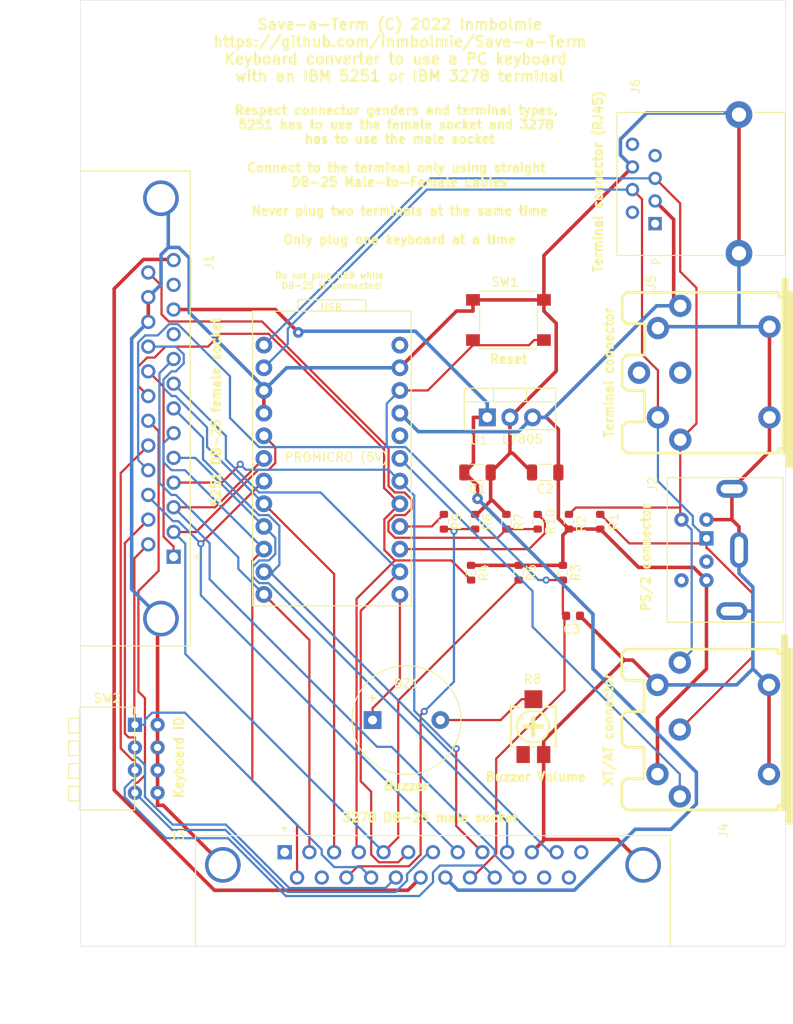
<source format=kicad_pcb>
(kicad_pcb (version 20211014) (generator pcbnew)
  (layers (0 "F.Cu" signal) (31 "B.Cu" signal) (34 "B.Paste" user) (35 "F.Paste" user) (36 "B.SilkS" user "B.Silkscreen") (37 "F.SilkS" user "F.Silkscreen") (38 "B.Mask" user) (39 "F.Mask" user) (44 "Edge.Cuts" user))
  (net 0 "")
  (net 1 "/breakcode_0")
  (net 2 "/scancode_1")
  (net 3 "/scancode_2")
  (net 4 "/scancode_3")
  (net 5 "/scancode_4")
  (net 6 "GND")
  (net 7 "VCC")
  (net 8 "/scancode_5")
  (net 9 "/scancode_6")
  (net 10 "/scancode_7")
  (net 11 "/buzzer")
  (net 12 "/+5V_female")
  (net 13 "/+5V_male")
  (net 14 "/delay_strobe+")
  (net 15 "/data_strobe-")
  (net 16 "/reset_0")
  (net 17 "/reset_1")
  (net 19 "/cable_check_a")
  (net 20 "/clicker")
  (net 23 "/ident_0")
  (net 24 "/ident_1")
  (net 25 "/power_on_reset")
  (net 26 "/ident_2")
  (net 27 "/ident_3")
  (net 28 "/data")
  (net 30 "/clock")
  (net 32 "/-5V")
  (net 33 "Net-(BZ1-Pad2)")
  (net 34 "/+8.5V")
  (net 45 "Net-(B1-Pad15)")
  (net 46 "Net-(B1-Pad16)")
  (footprint "Button_Switch_SMD:SW_Push_1P1T_NO_6x6mm_H9.5mm" (layer "F.Cu") (at 96.5045 -86.8684 180)
    (fp_text reference "SW1")
    (fp_text value "Reset")
  )
  (footprint "promicro:SPARKFUN_PRO_MICRO" (layer "F.Cu") (at 76.7127 -71.352)
    (fp_text reference "B1")
    (fp_text value "PROMICRO")
  )
  (footprint "MountingHole:MountingHole_3.2mm_M3" (layer "F.Cu") (at 121.549 -22.6954)
    (fp_text reference "H2" hide)
    (fp_text value "MountingHole")
  )
  (footprint "MountingHole:MountingHole_3.2mm_M3" (layer "F.Cu") (at 54.549 -22.6954)
    (fp_text reference "H4" hide)
    (fp_text value "MountingHole")
  )
  (footprint "MountingHole:MountingHole_3.2mm_M3" (layer "F.Cu") (at 54.549 -116.6954)
    (fp_text reference "H1" hide)
    (fp_text value "MountingHole")
  )
  (footprint "MountingHole:MountingHole_3.2mm_M3" (layer "F.Cu") (at 121.549 -116.6954)
    (fp_text reference "H3" hide)
    (fp_text value "MountingHole")
  )
  (footprint "Resistor_SMD:R_0603_1608Metric" (layer "F.Cu") (at 106.7915 -64.2624 90)
    (fp_text reference "R1")
    (fp_text value "2K")
  )
  (footprint "Resistor_SMD:R_0603_1608Metric" (layer "F.Cu") (at 96.2759 -64.2623 90)
    (fp_text reference "R7")
    (fp_text value "10K")
  )
  (footprint "Capacitor_SMD:C_1206_3216Metric" (layer "F.Cu") (at 93.0345 -69.7816)
    (fp_text reference "C1")
    (fp_text value "10uF")
  )
  (footprint "mis_partes:DIN-6" (layer "F.Cu") (at 118.7573 -80.9539 90)
    (fp_text reference "J5")
    (fp_text value "Terminal connector")
  )
  (footprint "Resistor_SMD:R_0603_1608Metric" (layer "F.Cu") (at 89.2655 -64.2624 -90)
    (fp_text reference "R9")
    (fp_text value "2K")
  )
  (footprint "Connector_Dsub:DSUB-25_Male_Horizontal_P2.77x2.84mm_EdgePinOffset7.70mm_Housed_MountingHolesOffset9.12mm" (layer "F.Cu") (at 71.424 -27.2296)
    (fp_text reference "J3")
    (fp_text value "DB25_Male")
  )
  (footprint "ps2:Connector_Mini-DIN_Female_6Pin_2rows" (layer "F.Cu") (at 118.6957 -62.3952 90)
    (fp_text reference "J2")
    (fp_text value "PS/2 connector")
  )
  (footprint "Buzzer_Beeper:Buzzer_12x9.5RM7.6" (layer "F.Cu") (at 81.2745 -42.0374)
    (fp_text reference "BZ1")
    (fp_text value "Buzzer")
  )
  (footprint "Capacitor_SMD:C_1206_3216Metric" (layer "F.Cu") (at 100.6204 -69.7816 180)
    (fp_text reference "C2")
    (fp_text value "10uF")
  )
  (footprint "Resistor_SMD:R_0603_1608Metric" (layer "F.Cu") (at 103.2863 -64.2624 90)
    (fp_text reference "R2")
    (fp_text value "2K")
  )
  (footprint "Resistor_SMD:R_0603_1608Metric" (layer "F.Cu") (at 92.3135 -58.5474 -90)
    (fp_text reference "R4")
    (fp_text value "2K")
  )
  (footprint "Resistor_SMD:R_0603_1608Metric" (layer "F.Cu") (at 97.6475 -58.5474 -90)
    (fp_text reference "R5")
    (fp_text value "2K")
  )
  (footprint "Package_TO_SOT_THT:TO-220-3_Vertical" (layer "F.Cu") (at 94.1308 -75.9509)
    (fp_text reference "U1")
    (fp_text value "L7805")
  )
  (footprint "Resistor_SMD:R_0603_1608Metric" (layer "F.Cu") (at 92.7707 -64.2624 90)
    (fp_text reference "R6")
    (fp_text value "10K")
  )
  (footprint "mis_partes:Dip SW lateral 4" (layer "F.Cu") (at 54.6386 -41.5098)
    (fp_text reference "SW2")
    (fp_text value "Keyboard ID")
  )
  (footprint "Connector_RJ:RJ45_Ninigi_GE" (layer "F.Cu") (at 112.9395 -97.6634 90)
    (fp_text reference "J6")
    (fp_text value "Terminal connector (RJ45)")
  )
  (footprint "Resistor_SMD:R_0603_1608Metric" (layer "F.Cu") (at 99.7811 -64.2624 -90)
    (fp_text reference "R10")
    (fp_text value "2K")
  )
  (footprint "Connector_Dsub:DSUB-25_Female_Horizontal_P2.77x2.84mm_EdgePinOffset7.70mm_Housed_MountingHolesOffset9.12mm" (layer "F.Cu") (at 58.9769 -60.3374 -90)
    (fp_text reference "J1")
    (fp_text value "DB25_Female")
  )
  (footprint "Capacitor_SMD:C_0603_1608Metric" (layer "F.Cu") (at 103.7435 -53.7214)
    (fp_text reference "C3")
    (fp_text value "100nF")
  )
  (footprint "mis_partes:RES-ADJ-SMD_G43BT" (layer "F.Cu") (at 99.2985 -41.2754)
    (fp_text reference "R8")
    (fp_text value "500" hide)
  )
  (footprint "mis_partes:DIN-5" (layer "F.Cu") (at 118.7037 -40.9796 90)
    (fp_text reference "J4")
    (fp_text value "XT/AT connector")
  )
  (footprint "Resistor_SMD:R_0603_1608Metric" (layer "F.Cu") (at 102.6005 -58.5474 -90)
    (fp_text reference "R3")
    (fp_text value "2K")
  )
  (gr_rect locked (start 48.549018 -122.695373) (end 127.549018 -16.695373) (layer "Edge.Cuts") (width 0.05) (fill none))
  (gr_text "5251 DB-25 female socket" (at 63.738538 -76.581373 90) (layer "F.SilkS") (effects (font (size 1 1) (thickness 0.25))))
  (gr_text "Respect connector genders and terminal types, \n5251 has to use the female socket and 3278 \nhas to use the male socket\n\nConnect to the terminal only using straight \nDB-25 Male-to-Female cables\n\nNever plug two terminals at the same time\n\nOnly plug one keyboard at a time" (at 84.312538 -103.124373) (layer "F.SilkS") (effects (font (size 1 1) (thickness 0.25))))
  (gr_text "Buzzer Volume" (at 99.552538 -35.687373) (layer "F.SilkS") (effects (font (size 1 1) (thickness 0.25))))
  (gr_text "PROMICRO (5V)" (at 77.220729 -71.479019) (layer "F.SilkS") (effects (font (size 1 1))))
  (gr_text "3278 DB-25 male socket" (at 87.741538 -31.115373) (layer "F.SilkS") (effects (font (size 1 1) (thickness 0.25))))
  (gr_text "Do not plug USB while \nDB-25 is connected!" (at 76.712729 -91.291019) (layer "F.SilkS") (effects (font (size 0.7 0.7))))
  (gr_text "Save-a-Term (C) 2022 Inmbolmie\nhttps://github.com/inmbolmie/Save-a-Term\nKeyboard converter to use a PC keyboard \nwith an IBM 5251 or IBM 3278 terminal" (at 84.312538 -117.094373) (layer "F.SilkS") (effects (font (size 1.2 1.2) (thickness 0.25))))
  (segment (start 84.3327 -58.652) (end 79.9491 -54.2684) (width 0.25) (layer "F.Cu") (net 1))
  (segment (start 84.1478 -26.1034) (end 85.274 -27.2296) (width 0.25) (layer "F.Cu") (net 1))
  (segment (start 81.9814 -26.1034) (end 84.1478 -26.1034) (width 0.25) (layer "F.Cu") (net 1))
  (segment (start 81.119 -26.9658) (end 81.9814 -26.1034) (width 0.25) (layer "F.Cu") (net 1))
  (segment (start 79.9491 -54.2684) (end 79.9491 -35.1802) (width 0.25) (layer "F.Cu") (net 1))
  (segment (start 81.119 -34.0103) (end 81.119 -26.9658) (width 0.25) (layer "F.Cu") (net 1))
  (segment (start 79.9491 -35.1802) (end 81.119 -34.0103) (width 0.25) (layer "F.Cu") (net 1))
  (segment (start 84.3327 -58.652) (end 75.4427 -67.542) (width 0.25) (layer "B.Cu") (net 1))
  (segment (start 64.8343 -73.87) (end 58.9769 -79.7274) (width 0.25) (layer "B.Cu") (net 1))
  (segment (start 64.8344 -71.2608) (end 64.8344 -73.87) (width 0.25) (layer "B.Cu") (net 1))
  (segment (start 64.8344 -73.87) (end 64.8343 -73.87) (width 0.25) (layer "B.Cu") (net 1))
  (segment (start 75.4427 -67.542) (end 68.5532 -67.542) (width 0.25) (layer "B.Cu") (net 1))
  (segment (start 68.5532 -67.542) (end 64.8344 -71.2608) (width 0.25) (layer "B.Cu") (net 1))
  (segment (start 58.9769 -65.8774) (end 63.6181 -65.8774) (width 0.25) (layer "F.Cu") (net 2))
  (segment (start 63.6181 -65.8774) (end 69.0927 -71.352) (width 0.25) (layer "F.Cu") (net 2))
  (segment (start 83.4034 -39.0362) (end 81.7816 -39.0362) (width 0.25) (layer "B.Cu") (net 2))
  (segment (start 94.969 -27.4706) (end 83.4034 -39.0362) (width 0.25) (layer "B.Cu") (net 2))
  (segment (start 81.7816 -39.0362) (end 63.015 -57.8028) (width 0.25) (layer "B.Cu") (net 2))
  (segment (start 97.739 -24.3896) (end 97.4932 -24.3896) (width 0.25) (layer "B.Cu") (net 2))
  (segment (start 97.4932 -24.3896) (end 94.969 -26.9138) (width 0.25) (layer "B.Cu") (net 2))
  (segment (start 63.015 -61.8393) (end 58.9769 -65.8774) (width 0.25) (layer "B.Cu") (net 2))
  (segment (start 63.015 -57.8028) (end 63.015 -61.8393) (width 0.25) (layer "B.Cu") (net 2))
  (segment (start 94.969 -26.9138) (end 94.969 -27.4706) (width 0.25) (layer "B.Cu") (net 2))
  (segment (start 69.0404 -68.812) (end 69.0927 -68.812) (width 0.25) (layer "F.Cu") (net 3))
  (segment (start 62.0257 -61.7973) (end 69.0404 -68.812) (width 0.25) (layer "F.Cu") (net 3))
  (via (at 62.0257 -61.7973) (size 0.8) (drill 0.4) (layers "F.Cu" "B.Cu") (net 3))
  (segment (start 58.8974 -64.3293) (end 59.4937 -64.3293) (width 0.25) (layer "B.Cu") (net 3))
  (segment (start 56.1369 -67.0898) (end 58.8974 -64.3293) (width 0.25) (layer "B.Cu") (net 3))
  (segment (start 59.4937 -64.3293) (end 62.0257 -61.7973) (width 0.25) (layer "B.Cu") (net 3))
  (segment (start 62.0257 -56.0179) (end 62.0257 -61.7973) (width 0.25) (layer "B.Cu") (net 3))
  (segment (start 56.1369 -67.2624) (end 56.1369 -67.0898) (width 0.25) (layer "B.Cu") (net 3))
  (segment (start 90.814 -27.2296) (end 62.0257 -56.0179) (width 0.25) (layer "B.Cu") (net 3))
  (segment (start 69.0927 -66.272) (end 76.964 -58.4007) (width 0.25) (layer "F.Cu") (net 4))
  (segment (start 76.964 -58.4007) (end 76.964 -27.2296) (width 0.25) (layer "F.Cu") (net 4))
  (segment (start 59.2495 -83.8824) (end 60.1113 -83.0206) (width 0.25) (layer "B.Cu") (net 4))
  (segment (start 56.1369 -83.8824) (end 59.2495 -83.8824) (width 0.25) (layer "B.Cu") (net 4))
  (segment (start 59.2022 -78.3424) (end 62.7274 -74.8172) (width 0.25) (layer "B.Cu") (net 4))
  (segment (start 58.7475 -81.1124) (end 57.8402 -80.2051) (width 0.25) (layer "B.Cu") (net 4))
  (segment (start 62.7274 -72.6373) (end 69.0927 -66.272) (width 0.25) (layer "B.Cu") (net 4))
  (segment (start 58.7629 -78.3424) (end 59.2022 -78.3424) (width 0.25) (layer "B.Cu") (net 4))
  (segment (start 59.2206 -81.1124) (end 58.7475 -81.1124) (width 0.25) (layer "B.Cu") (net 4))
  (segment (start 60.1113 -82.0031) (end 59.2206 -81.1124) (width 0.25) (layer "B.Cu") (net 4))
  (segment (start 57.8402 -80.2051) (end 57.8402 -79.2651) (width 0.25) (layer "B.Cu") (net 4))
  (segment (start 62.7274 -74.8172) (end 62.7274 -72.6373) (width 0.25) (layer "B.Cu") (net 4))
  (segment (start 60.1113 -83.0206) (end 60.1113 -82.0031) (width 0.25) (layer "B.Cu") (net 4))
  (segment (start 57.8402 -79.2651) (end 58.7629 -78.3424) (width 0.25) (layer "B.Cu") (net 4))
  (segment (start 68.5686 -57.3772) (end 69.619 -57.3772) (width 0.25) (layer "B.Cu") (net 5))
  (segment (start 68.5722 -59.922) (end 67.8274 -59.1772) (width 0.25) (layer "B.Cu") (net 5))
  (segment (start 61.4073 -71.4174) (end 69.0927 -63.732) (width 0.25) (layer "B.Cu") (net 5))
  (segment (start 69.619 -57.3772) (end 96.354 -30.6422) (width 0.25) (layer "B.Cu") (net 5))
  (segment (start 69.6518 -59.922) (end 68.5722 -59.922) (width 0.25) (layer "B.Cu") (net 5))
  (segment (start 67.8274 -59.1772) (end 67.8274 -58.1184) (width 0.25) (layer "B.Cu") (net 5))
  (segment (start 67.8274 -58.1184) (end 68.5686 -57.3772) (width 0.25) (layer "B.Cu") (net 5))
  (segment (start 70.3767 -60.6469) (end 69.6518 -59.922) (width 0.25) (layer "B.Cu") (net 5))
  (segment (start 58.9769 -71.4174) (end 61.4073 -71.4174) (width 0.25) (layer "B.Cu") (net 5))
  (segment (start 96.354 -30.6422) (end 96.354 -27.2296) (width 0.25) (layer "B.Cu") (net 5))
  (segment (start 70.3767 -62.448) (end 70.3767 -60.6469) (width 0.25) (layer "B.Cu") (net 5))
  (segment (start 69.0927 -63.732) (end 70.3767 -62.448) (width 0.25) (layer "B.Cu") (net 5))
  (segment (start 125.7573 -72.1522) (end 125.7573 -75.9539) (width 0.4) (layer "F.Cu") (net 6))
  (segment (start 110.4248 -48.7585) (end 113.2037 -45.9796) (width 0.4) (layer "F.Cu") (net 6))
  (segment (start 101.8549 -81.135) (end 96.6708 -75.9509) (width 0.4) (layer "F.Cu") (net 6))
  (segment (start 57.1786 -32.4895) (end 57.8141 -32.4895) (width 0.4) (layer "F.Cu") (net 6))
  (segment (start 92.9801 -65.0874) (end 94.5095 -66.6168) (width 0.4) (layer "F.Cu") (net 6))
  (segment (start 100.4795 -89.1184) (end 100.4795 -87.8681) (width 0.4) (layer "F.Cu") (net 6))
  (segment (start 122.3457 -63.6955) (end 121.546 -64.4952) (width 0.4) (layer "F.Cu") (net 6))
  (segment (start 96.6708 -71.9429) (end 94.5095 -69.7816) (width 0.4) (layer "F.Cu") (net 6))
  (segment (start 121.546 -64.4952) (end 118.6957 -64.4952) (width 0.4) (layer "F.Cu") (net 6))
  (segment (start 108.7407 -28.6629) (end 111.594 -25.8096) (width 0.4) (layer "F.Cu") (net 6))
  (segment (start 90.6888 -87.8681) (end 84.3327 -81.512) (width 0.4) (layer "F.Cu") (net 6))
  (segment (start 57.1786 -53.0291) (end 57.5569 -53.4074) (width 0.4) (layer "F.Cu") (net 6))
  (segment (start 94.5095 -66.6168) (end 94.7464 -66.6168) (width 0.4) (layer "F.Cu") (net 6))
  (segment (start 92.5295 -87.8681) (end 90.6888 -87.8681) (width 0.4) (layer "F.Cu") (net 6))
  (segment (start 100.4795 -87.8681) (end 101.8549 -86.4927) (width 0.4) (layer "F.Cu") (net 6))
  (segment (start 96.9841 -71.9429) (end 96.6708 -71.9429) (width 0.4) (layer "F.Cu") (net 6))
  (segment (start 121.546 -67.9409) (end 121.5503 -67.9452) (width 0.4) (layer "F.Cu") (net 6))
  (segment (start 57.1786 -33.8898) (end 57.1786 -32.4895) (width 0.4) (layer "F.Cu") (net 6))
  (segment (start 57.1786 -36.4298) (end 57.1786 -33.8898) (width 0.4) (layer "F.Cu") (net 6))
  (segment (start 99.1454 -69.7816) (end 96.9841 -71.9429) (width 0.4) (layer "F.Cu") (net 6))
  (segment (start 101.8549 -86.4927) (end 101.8549 -81.135) (width 0.4) (layer "F.Cu") (net 6))
  (segment (start 94.7464 -66.6168) (end 96.2759 -65.0873) (width 0.4) (layer "F.Cu") (net 6))
  (segment (start 92.7707 -65.0874) (end 92.9801 -65.0874) (width 0.4) (layer "F.Cu") (net 6))
  (segment (start 96.6708 -71.9429) (end 96.6708 -75.9509) (width 0.4) (layer "F.Cu") (net 6))
  (segment (start 56.1369 -89.4224) (end 56.1369 -86.6524) (width 0.4) (layer "F.Cu") (net 6))
  (segment (start 109.4814 -48.7586) (end 100.4485 -39.7257) (width 0.4) (layer "F.Cu") (net 6))
  (segment (start 100.4795 -94.0934) (end 100.4795 -89.1184) (width 0.4) (layer "F.Cu") (net 6))
  (segment (start 100.4485 -28.6629) (end 100.4485 -28.5541) (width 0.4) (layer "F.Cu") (net 6))
  (segment (start 100.4485 -38.1754) (end 100.4485 -28.6629) (width 0.4) (layer "F.Cu") (net 6))
  (segment (start 100.4485 -28.6629) (end 108.7407 -28.6629) (width 0.4) (layer "F.Cu") (net 6))
  (segment (start 122.3395 -94.3384) (end 122.3395 -109.8784) (width 0.4) (layer "F.Cu") (net 6))
  (segment (start 69.0927 -76.432) (end 69.0927 -78.972) (width 0.4) (layer "F.Cu") (net 6))
  (segment (start 57.1786 -41.5098) (end 57.1786 -53.0291) (width 0.4) (layer "F.Cu") (net 6))
  (segment (start 100.4485 -28.5541) (end 99.124 -27.2296) (width 0.4) (layer "F.Cu") (net 6))
  (segment (start 104.5185 -53.7214) (end 109.4814 -48.7586) (width 0.4) (layer "F.Cu") (net 6))
  (segment (start 121.5503 -67.9452) (end 125.7573 -72.1522) (width 0.4) (layer "F.Cu") (net 6))
  (segment (start 94.5095 -66.6168) (end 94.5095 -69.7816) (width 0.4) (layer "F.Cu") (net 6))
  (segment (start 57.8141 -32.4895) (end 64.494 -25.8096) (width 0.4) (layer "F.Cu") (net 6))
  (segment (start 92.5295 -89.1184) (end 100.4795 -89.1184) (width 0.4) (layer "F.Cu") (net 6))
  (segment (start 110.3995 -104.0134) (end 100.4795 -94.0934) (width 0.4) (layer "F.Cu") (net 6))
  (segment (start 57.1786 -38.9698) (end 57.1786 -36.4298) (width 0.4) (layer "F.Cu") (net 6))
  (segment (start 57.1786 -41.5098) (end 57.1786 -38.9698) (width 0.4) (layer "F.Cu") (net 6))
  (segment (start 109.4814 -48.7585) (end 110.4248 -48.7585) (width 0.4) (layer "F.Cu") (net 6))
  (segment (start 125.7573 -75.9539) (end 125.7573 -86.1139) (width 0.4) (layer "F.Cu") (net 6))
  (segment (start 92.5295 -89.1184) (end 92.5295 -87.8681) (width 0.4) (layer "F.Cu") (net 6))
  (segment (start 121.546 -64.4952) (end 121.546 -67.9409) (width 0.4) (layer "F.Cu") (net 6))
  (segment (start 121.5457 -67.9452) (end 121.5503 -67.9452) (width 0.4) (layer "F.Cu") (net 6))
  (segment (start 109.4814 -48.7586) (end 109.4814 -48.7585) (width 0.4) (layer "F.Cu") (net 6))
  (segment (start 100.4485 -38.1754) (end 100.4485 -39.7257) (width 0.4) (layer "F.Cu") (net 6))
  (segment (start 122.3457 -61.0952) (end 122.3457 -63.6955) (width 0.4) (layer "F.Cu") (net 6))
  (segment (start 125.7037 -45.9796) (end 125.7037 -35.9796) (width 0.4) (layer "F.Cu") (net 6))
  (segment (start 122.0883 -45.9796) (end 123.896 -47.7873) (width 0.4) (layer "B.Cu") (net 6))
  (segment (start 122.3395 -86.1139) (end 122.3395 -94.3384) (width 0.4) (layer "B.Cu") (net 6))
  (segment (start 71.6327 -81.512) (end 69.2737 -79.153) (width 0.4) (layer "B.Cu") (net 6))
  (segment (start 121.5457 -54.2452) (end 123.896 -54.2452) (width 0.4) (layer "B.Cu") (net 6))
  (segment (start 122.3457 -59.7951) (end 122.3457 -61.0952) (width 0.4) (layer "B.Cu") (net 6))
  (segment (start 54.2757 -56.6886) (end 57.5569 -53.4074) (width 0.4) (layer "B.Cu") (net 6))
  (segment (start 125.7573 -86.1139) (end 122.3395 -86.1139) (width 0.4) (layer "B.Cu") (net 6))
  (segment (start 59.5502 -94.995) (end 60.7232 -93.822) (width 0.4) (layer "B.Cu") (net 6))
  (segment (start 60.7232 -93.822) (end 60.7232 -87.7035) (width 0.4) (layer "B.Cu") (net 6))
  (segment (start 110.3995 -104.0134) (end 109.0492 -105.3637) (width 0.4) (layer "B.Cu") (net 6))
  (segment (start 56.1369 -89.4224) (end 57.5666 -90.8521) (width 0.4) (layer "B.Cu") (net 6))
  (segment (start 123.896 -47.7873) (end 123.896 -54.2452) (width 0.4) (layer "B.Cu") (net 6))
  (segment (start 122.3457 -58.4949) (end 123.896 -56.9446) (width 0.4) (layer "B.Cu") (net 6))
  (segment (start 109.0492 -107.1127) (end 111.993 -110.0565) (width 0.4) (layer "B.Cu") (net 6))
  (segment (start 56.1369 -86.6524) (end 54.2757 -84.7912) (width 0.4) (layer "B.Cu") (net 6))
  (segment (start 113.2037 -45.9796) (end 122.0883 -45.9796) (width 0.4) (layer "B.Cu") (net 6))
  (segment (start 57.5666 -94.1845) (end 58.3771 -94.995) (width 0.4) (layer "B.Cu") (net 6))
  (segment (start 54.2757 -84.7912) (end 54.2757 -56.6886) (width 0.4) (layer "B.Cu") (net 6))
  (segment (start 58.3771 -94.995) (end 59.5502 -94.995) (width 0.4) (layer "B.Cu") (net 6))
  (segment (start 60.7232 -87.7035) (end 69.2737 -79.153) (width 0.4) (layer "B.Cu") (net 6))
  (segment (start 109.0492 -105.3637) (end 109.0492 -107.1127) (width 0.4) (layer "B.Cu") (net 6))
  (segment (start 113.4173 -86.1139) (end 113.2573 -85.9539) (width 0.4) (layer "B.Cu") (net 6))
  (segment (start 111.993 -110.0565) (end 122.1614 -110.0565) (width 0.4) (layer "B.Cu") (net 6))
  (segment (start 69.2737 -79.153) (end 69.0927 -78.972) (width 0.4) (layer "B.Cu") (net 6))
  (segment (start 125.7037 -45.9796) (end 123.896 -47.7873) (width 0.4) (layer "B.Cu") (net 6))
  (segment (start 57.5666 -90.8521) (end 57.5666 -94.1845) (width 0.4) (layer "B.Cu") (net 6))
  (segment (start 58.3771 -94.995) (end 58.3771 -99.6872) (width 0.4) (layer "B.Cu") (net 6))
  (segment (start 58.3771 -99.6872) (end 57.5569 -100.5074) (width 0.4) (layer "B.Cu") (net 6))
  (segment (start 122.3395 -86.1139) (end 113.4173 -86.1139) (width 0.4) (layer "B.Cu") (net 6))
  (segment (start 123.896 -56.9446) (end 123.896 -54.2452) (width 0.4) (layer "B.Cu") (net 6))
  (segment (start 122.1614 -110.0565) (end 122.3395 -109.8784) (width 0.4) (layer "B.Cu") (net 6))
  (segment (start 84.3327 -81.512) (end 71.6327 -81.512) (width 0.4) (layer "B.Cu") (net 6))
  (segment (start 122.3457 -59.7951) (end 122.3457 -58.4949) (width 0.4) (layer "B.Cu") (net 6))
  (segment (start 118.6957 -57.6952) (end 118.6957 -47.7708) (width 0.4) (layer "F.Cu") (net 7))
  (segment (start 106.7915 -63.4374) (end 103.2863 -63.4374) (width 0.4) (layer "F.Cu") (net 7))
  (segment (start 113.2037 -42.2788) (end 113.2037 -35.9796) (width 0.4) (layer "F.Cu") (net 7))
  (segment (start 118.6957 -47.7708) (end 113.2037 -42.2788) (width 0.4) (layer "F.Cu") (net 7))
  (segment (start 117.2457 -59.1452) (end 118.6957 -57.6952) (width 0.4) (layer "F.Cu") (net 7))
  (segment (start 102.6005 -59.3724) (end 97.6475 -59.3724) (width 0.4) (layer "F.Cu") (net 7))
  (segment (start 103.2863 -63.4374) (end 102.0954 -64.6283) (width 0.4) (layer "F.Cu") (net 7))
  (segment (start 102.0954 -69.7816) (end 102.0954 -74.6191) (width 0.4) (layer "F.Cu") (net 7))
  (segment (start 92.3135 -59.3724) (end 97.6475 -59.3724) (width 0.4) (layer "F.Cu") (net 7))
  (segment (start 102.0954 -64.6283) (end 102.0954 -69.7816) (width 0.4) (layer "F.Cu") (net 7))
  (segment (start 103.2863 -63.4374) (end 102.6005 -62.7516) (width 0.4) (layer "F.Cu") (net 7))
  (segment (start 111.0837 -59.1452) (end 117.2457 -59.1452) (width 0.4) (layer "F.Cu") (net 7))
  (segment (start 115.0237 -89.1875) (end 115.0237 -98.1192) (width 0.4) (layer "F.Cu") (net 7))
  (segment (start 102.6005 -62.7516) (end 102.6005 -59.3724) (width 0.4) (layer "F.Cu") (net 7))
  (segment (start 115.0237 -98.1192) (end 112.9395 -100.2034) (width 0.4) (layer "F.Cu") (net 7))
  (segment (start 102.0954 -74.6191) (end 100.7636 -75.9509) (width 0.4) (layer "F.Cu") (net 7))
  (segment (start 99.2108 -75.9509) (end 100.7636 -75.9509) (width 0.4) (layer "F.Cu") (net 7))
  (segment (start 115.7573 -88.4539) (end 115.0237 -89.1875) (width 0.4) (layer "F.Cu") (net 7))
  (segment (start 106.7915 -63.4374) (end 111.0837 -59.1452) (width 0.4) (layer "F.Cu") (net 7))
  (segment (start 113.0939 -88.4539) (end 100.7636 -76.1236) (width 0.4) (layer "B.Cu") (net 7))
  (segment (start 99.2108 -75.9509) (end 100.7636 -75.9509) (width 0.4) (layer "B.Cu") (net 7))
  (segment (start 97.6104 -74.3505) (end 86.4142 -74.3505) (width 0.4) (layer "B.Cu") (net 7))
  (segment (start 100.7636 -76.1236) (end 100.7636 -75.9509) (width 0.4) (layer "B.Cu") (net 7))
  (segment (start 115.7573 -88.4539) (end 113.0939 -88.4539) (width 0.4) (layer "B.Cu") (net 7))
  (segment (start 86.4142 -74.3505) (end 84.3327 -76.432) (width 0.4) (layer "B.Cu") (net 7))
  (segment (start 99.2108 -75.9509) (end 97.6104 -74.3505) (width 0.4) (layer "B.Cu") (net 7))
  (segment (start 67.7969 -59.8962) (end 67.7969 -35.2877) (width 0.25) (layer "F.Cu") (net 8))
  (segment (start 67.7969 -35.2877) (end 72.809 -30.2756) (width 0.25) (layer "F.Cu") (net 8))
  (segment (start 69.0927 -61.192) (end 67.7969 -59.8962) (width 0.25) (layer "F.Cu") (net 8))
  (segment (start 72.809 -30.2756) (end 72.809 -24.3896) (width 0.25) (layer "F.Cu") (net 8))
  (segment (start 57.8402 -73.0507) (end 57.8402 -70.9321) (width 0.25) (layer "B.Cu") (net 8))
  (segment (start 60.2523 -70.0324) (end 69.0927 -61.192) (width 0.25) (layer "B.Cu") (net 8))
  (segment (start 57.8402 -70.9321) (end 58.7399 -70.0324) (width 0.25) (layer "B.Cu") (net 8))
  (segment (start 58.9769 -74.1874) (end 57.8402 -73.0507) (width 0.25) (layer "B.Cu") (net 8))
  (segment (start 58.7399 -70.0324) (end 60.2523 -70.0324) (width 0.25) (layer "B.Cu") (net 8))
  (segment (start 70.0549 -58.652) (end 70.0549 -58.3393) (width 0.25) (layer "B.Cu") (net 9))
  (segment (start 68.5316 -65.002) (end 69.6295 -65.002) (width 0.25) (layer "B.Cu") (net 9))
  (segment (start 70.0549 -58.652) (end 69.0927 -58.652) (width 0.25) (layer "B.Cu") (net 9))
  (segment (start 58.9769 -76.9574) (end 62.277 -73.6573) (width 0.25) (layer "B.Cu") (net 9))
  (segment (start 69.6295 -65.002) (end 70.8278 -63.8037) (width 0.25) (layer "B.Cu") (net 9))
  (segment (start 101.1646 -27.2296) (end 101.894 -27.2296) (width 0.25) (layer "B.Cu") (net 9))
  (segment (start 62.277 -73.6573) (end 62.277 -71.2566) (width 0.25) (layer "B.Cu") (net 9))
  (segment (start 70.0549 -58.3393) (end 101.1646 -27.2296) (width 0.25) (layer "B.Cu") (net 9))
  (segment (start 70.8278 -63.8037) (end 70.8278 -59.4249) (width 0.25) (layer "B.Cu") (net 9))
  (segment (start 62.277 -71.2566) (end 68.5316 -65.002) (width 0.25) (layer "B.Cu") (net 9))
  (segment (start 70.8278 -59.4249) (end 70.0549 -58.652) (width 0.25) (layer "B.Cu") (net 9))
  (segment (start 74.194 -51.0107) (end 74.194 -27.2296) (width 0.25) (layer "F.Cu") (net 10))
  (segment (start 69.0927 -56.112) (end 74.194 -51.0107) (width 0.25) (layer "F.Cu") (net 10))
  (segment (start 66.2297 -58.975) (end 69.0927 -56.112) (width 0.25) (layer "B.Cu") (net 10))
  (segment (start 57.3898 -68.5926) (end 58.72 -67.2624) (width 0.25) (layer "B.Cu") (net 10))
  (segment (start 58.72 -67.2624) (end 59.2384 -67.2624) (width 0.25) (layer "B.Cu") (net 10))
  (segment (start 59.2384 -67.2624) (end 66.2297 -60.2711) (width 0.25) (layer "B.Cu") (net 10))
  (segment (start 58.9769 -82.4974) (end 57.3898 -80.9103) (width 0.25) (layer "B.Cu") (net 10))
  (segment (start 57.3898 -80.9103) (end 57.3898 -68.5926) (width 0.25) (layer "B.Cu") (net 10))
  (segment (start 66.2297 -60.2711) (end 66.2297 -58.975) (width 0.25) (layer "B.Cu") (net 10))
  (segment (start 81.2745 -42.0374) (end 81.2745 -43.3627) (width 0.25) (layer "F.Cu") (net 11))
  (segment (start 84.3327 -46.4209) (end 81.2745 -43.3627) (width 0.25) (layer "F.Cu") (net 11))
  (segment (start 84.3327 -56.112) (end 84.3327 -46.4209) (width 0.25) (layer "F.Cu") (net 11))
  (segment (start 85.6349 -66.7634) (end 85.6349 -65.7162) (width 0.25) (layer "F.Cu") (net 12))
  (segment (start 95.3006 -62.462) (end 96.2759 -63.4373) (width 0.25) (layer "F.Cu") (net 12))
  (segment (start 83.0526 -63.1853) (end 83.7759 -62.462) (width 0.25) (layer "F.Cu") (net 12))
  (segment (start 84.9207 -65.002) (end 83.8025 -65.002) (width 0.25) (layer "F.Cu") (net 12))
  (segment (start 84.8563 -67.542) (end 85.6349 -66.7634) (width 0.25) (layer "F.Cu") (net 12))
  (segment (start 99.781 -63.4373) (end 99.7811 -63.4374) (width 0.25) (layer "F.Cu") (net 12))
  (segment (start 83.8025 -65.002) (end 83.0526 -64.2521) (width 0.25) (layer "F.Cu") (net 12))
  (segment (start 83.7759 -62.462) (end 95.3006 -62.462) (width 0.25) (layer "F.Cu") (net 12))
  (segment (start 85.6349 -65.7162) (end 84.9207 -65.002) (width 0.25) (layer "F.Cu") (net 12))
  (segment (start 56.1369 -92.1924) (end 57.6219 -90.7074) (width 0.25) (layer "F.Cu") (net 12))
  (segment (start 83.0656 -72.5138) (end 83.0656 -68.248) (width 0.25) (layer "F.Cu") (net 12))
  (segment (start 57.6219 -87.4992) (end 58.4219 -86.6992) (width 0.25) (layer "F.Cu") (net 12))
  (segment (start 83.0526 -64.2521) (end 83.0526 -63.1853) (width 0.25) (layer "F.Cu") (net 12))
  (segment (start 83.0656 -68.248) (end 83.7716 -67.542) (width 0.25) (layer "F.Cu") (net 12))
  (segment (start 68.8802 -86.6992) (end 83.0656 -72.5138) (width 0.25) (layer "F.Cu") (net 12))
  (segment (start 96.2759 -63.4373) (end 99.781 -63.4373) (width 0.25) (layer "F.Cu") (net 12))
  (segment (start 83.7716 -67.542) (end 84.8563 -67.542) (width 0.25) (layer "F.Cu") (net 12))
  (segment (start 57.6219 -90.7074) (end 57.6219 -87.4992) (width 0.25) (layer "F.Cu") (net 12))
  (segment (start 58.4219 -86.6992) (end 68.8802 -86.6992) (width 0.25) (layer "F.Cu") (net 12))
  (segment (start 90.3967 -63.4374) (end 92.7707 -63.4374) (width 0.25) (layer "F.Cu") (net 13))
  (segment (start 85.3462 -25.653) (end 79.6124 -25.653) (width 0.25) (layer "F.Cu") (net 13))
  (segment (start 90.3967 -63.4374) (end 90.3967 -63.2054) (width 0.25) (layer "F.Cu") (net 13))
  (segment (start 86.659 -42.5973) (end 86.659 -26.9658) (width 0.25) (layer "F.Cu") (net 13))
  (segment (start 87.0667 -43.005) (end 86.659 -42.5973) (width 0.25) (layer "F.Cu") (net 13))
  (segment (start 89.2655 -63.4374) (end 90.3967 -63.4374) (width 0.25) (layer "F.Cu") (net 13))
  (segment (start 79.6124 -25.653) (end 78.349 -24.3896) (width 0.25) (layer "F.Cu") (net 13))
  (segment (start 86.659 -26.9658) (end 85.3462 -25.653) (width 0.25) (layer "F.Cu") (net 13))
  (via (at 87.0667 -43.005) (size 0.8) (drill 0.4) (layers "F.Cu" "B.Cu") (net 13))
  (via (at 90.3967 -63.2054) (size 0.8) (drill 0.4) (layers "F.Cu" "B.Cu") (net 13))
  (segment (start 90.3967 -46.335) (end 87.0667 -43.005) (width 0.25) (layer "B.Cu") (net 13))
  (segment (start 90.3967 -63.2054) (end 90.3967 -46.335) (width 0.25) (layer "B.Cu") (net 13))
  (segment (start 56.1369 -78.3424) (end 55.0067 -79.4726) (width 0.25) (layer "F.Cu") (net 14))
  (segment (start 55.0067 -81.6448) (end 56.0186 -82.6567) (width 0.25) (layer "F.Cu") (net 14))
  (segment (start 79.4807 -55.6311) (end 79.4807 -27.4829) (width 0.25) (layer "F.Cu") (net 14))
  (segment (start 62.8347 -83.8824) (end 64.2697 -85.3174) (width 0.25) (layer "F.Cu") (net 14))
  (segment (start 92.3135 -57.7224) (end 90.1139 -59.922) (width 0.25) (layer "F.Cu") (net 14))
  (segment (start 83.7716 -59.922) (end 82.5974 -61.0962) (width 0.25) (layer "F.Cu") (net 14))
  (segment (start 90.1139 -59.922) (end 83.7716 -59.922) (width 0.25) (layer "F.Cu") (net 14))
  (segment (start 58.0661 -83.8824) (end 62.8347 -83.8824) (width 0.25) (layer "F.Cu") (net 14))
  (segment (start 69.6239 -85.3174) (end 82.5607 -72.3806) (width 0.25) (layer "F.Cu") (net 14))
  (segment (start 83.7716 -59.922) (end 79.4807 -55.6311) (width 0.25) (layer "F.Cu") (net 14))
  (segment (start 82.5974 -61.0962) (end 82.5974 -64.5367) (width 0.25) (layer "F.Cu") (net 14))
  (segment (start 79.4807 -27.4829) (end 79.734 -27.2296) (width 0.25) (layer "F.Cu") (net 14))
  (segment (start 82.5608 -68.0439) (end 84.3327 -66.272) (width 0.25) (layer "F.Cu") (net 14))
  (segment (start 55.0067 -79.4726) (end 55.0067 -81.6448) (width 0.25) (layer "F.Cu") (net 14))
  (segment (start 82.5607 -68.0439) (end 82.5608 -68.0439) (width 0.25) (layer "F.Cu") (net 14))
  (segment (start 82.5607 -72.3806) (end 82.5607 -68.0439) (width 0.25) (layer "F.Cu") (net 14))
  (segment (start 56.8404 -82.6567) (end 58.0661 -83.8824) (width 0.25) (layer "F.Cu") (net 14))
  (segment (start 82.5974 -64.5367) (end 84.3327 -66.272) (width 0.25) (layer "F.Cu") (net 14))
  (segment (start 64.2697 -85.3174) (end 69.6239 -85.3174) (width 0.25) (layer "F.Cu") (net 14))
  (segment (start 56.0186 -82.6567) (end 56.8404 -82.6567) (width 0.25) (layer "F.Cu") (net 14))
  (segment (start 64.3863 -68.6474) (end 66.441 -70.7021) (width 0.25) (layer "F.Cu") (net 15))
  (segment (start 90.6463 -30.1673) (end 93.584 -27.2296) (width 0.25) (layer "F.Cu") (net 15))
  (segment (start 90.6463 -38.8331) (end 90.6463 -30.1673) (width 0.25) (layer "F.Cu") (net 15))
  (segment (start 58.9769 -68.6474) (end 64.3863 -68.6474) (width 0.25) (layer "F.Cu") (net 15))
  (via (at 66.441 -70.7021) (size 0.8) (drill 0.4) (layers "F.Cu" "B.Cu") (net 15))
  (via (at 90.6463 -38.8331) (size 0.8) (drill 0.4) (layers "F.Cu" "B.Cu") (net 15))
  (segment (start 83.0579 -70.0868) (end 84.3327 -68.812) (width 0.25) (layer "B.Cu") (net 15))
  (segment (start 84.3327 -68.812) (end 85.946 -67.1987) (width 0.25) (layer "B.Cu") (net 15))
  (segment (start 67.0563 -70.0868) (end 83.0579 -70.0868) (width 0.25) (layer "B.Cu") (net 15))
  (segment (start 85.946 -43.0851) (end 90.198 -38.8331) (width 0.25) (layer "B.Cu") (net 15))
  (segment (start 66.441 -70.7021) (end 67.0563 -70.0868) (width 0.25) (layer "B.Cu") (net 15))
  (segment (start 85.946 -67.1987) (end 85.946 -43.0851) (width 0.25) (layer "B.Cu") (net 15))
  (segment (start 90.198 -38.8331) (end 90.6463 -38.8331) (width 0.25) (layer "B.Cu") (net 15))
  (segment (start 84.3327 -71.352) (end 99.2055 -56.4792) (width 0.25) (layer "B.Cu") (net 16))
  (segment (start 99.2055 -52.4886) (end 115.7037 -35.9904) (width 0.25) (layer "B.Cu") (net 16))
  (segment (start 99.2055 -56.4792) (end 99.2055 -52.4886) (width 0.25) (layer "B.Cu") (net 16))
  (segment (start 115.7037 -35.9904) (end 115.7037 -33.4796) (width 0.25) (layer "B.Cu") (net 16))
  (segment (start 57.8516 -62.588) (end 58.9769 -61.4627) (width 0.25) (layer "F.Cu") (net 19))
  (segment (start 57.8516 -79.3977) (end 57.8516 -62.588) (width 0.25) (layer "F.Cu") (net 19))
  (segment (start 58.9769 -60.3374) (end 58.9769 -61.4627) (width 0.25) (layer "F.Cu") (net 19))
  (segment (start 56.1369 -81.1124) (end 57.8516 -79.3977) (width 0.25) (layer "F.Cu") (net 19))
  (segment (start 68.4596 -70.082) (end 69.6187 -70.082) (width 0.25) (layer "F.Cu") (net 20))
  (segment (start 84.1486 -44.2235) (end 84.1486 -28.8742) (width 0.25) (layer "F.Cu") (net 20))
  (segment (start 61.485 -63.1074) (end 68.4596 -70.082) (width 0.25) (layer "F.Cu") (net 20))
  (segment (start 84.1486 -28.8742) (end 82.504 -27.2296) (width 0.25) (layer "F.Cu") (net 20))
  (segment (start 97.6475 -57.7224) (end 84.1486 -44.2235) (width 0.25) (layer "F.Cu") (net 20))
  (segment (start 70.3675 -70.8308) (end 70.3675 -72.6172) (width 0.25) (layer "F.Cu") (net 20))
  (segment (start 70.3675 -72.6172) (end 69.0927 -73.892) (width 0.25) (layer "F.Cu") (net 20))
  (segment (start 58.9769 -63.1074) (end 61.485 -63.1074) (width 0.25) (layer "F.Cu") (net 20))
  (segment (start 69.6187 -70.082) (end 70.3675 -70.8308) (width 0.25) (layer "F.Cu") (net 20))
  (segment (start 60.2869 -49.4467) (end 82.504 -27.2296) (width 0.25) (layer "B.Cu") (net 20))
  (segment (start 60.2869 -61.7974) (end 60.2869 -49.4467) (width 0.25) (layer "B.Cu") (net 20))
  (segment (start 58.9769 -63.1074) (end 60.2869 -61.7974) (width 0.25) (layer "B.Cu") (net 20))
  (segment (start 54.5751 -42.6986) (end 54.6386 -42.6351) (width 0.25) (layer "F.Cu") (net 23))
  (segment (start 56.1369 -61.7224) (end 54.5751 -60.1606) (width 0.25) (layer "F.Cu") (net 23))
  (segment (start 54.6386 -41.5098) (end 54.6386 -42.6351) (width 0.25) (layer "F.Cu") (net 23))
  (segment (start 54.5751 -60.1606) (end 54.5751 -42.6986) (width 0.25) (layer "F.Cu") (net 23))
  (segment (start 76.9828 -25.5601) (end 79.9485 -25.5601) (width 0.25) (layer "B.Cu") (net 23))
  (segment (start 79.9485 -25.5601) (end 81.119 -24.3896) (width 0.25) (layer "B.Cu") (net 23))
  (segment (start 56.5544 -42.8629) (end 60.2409 -42.8629) (width 0.25) (layer "B.Cu") (net 23))
  (segment (start 55.7639 -41.5098) (end 55.7639 -42.0724) (width 0.25) (layer "B.Cu") (net 23))
  (segment (start 54.6386 -41.5098) (end 55.7639 -41.5098) (width 0.25) (layer "B.Cu") (net 23))
  (segment (start 60.2409 -42.8629) (end 75.579 -27.5248) (width 0.25) (layer "B.Cu") (net 23))
  (segment (start 55.7639 -42.0724) (end 56.5544 -42.8629) (width 0.25) (layer "B.Cu") (net 23))
  (segment (start 75.579 -26.9639) (end 76.9828 -25.5601) (width 0.25) (layer "B.Cu") (net 23))
  (segment (start 75.579 -27.5248) (end 75.579 -26.9639) (width 0.25) (layer "B.Cu") (net 23))
  (segment (start 56.1369 -64.4924) (end 53.5133 -61.8688) (width 0.25) (layer "F.Cu") (net 24))
  (segment (start 54.6386 -38.9698) (end 54.6386 -40.0951) (width 0.25) (layer "F.Cu") (net 24))
  (segment (start 53.5133 -40.517) (end 53.9352 -40.0951) (width 0.25) (layer "F.Cu") (net 24))
  (segment (start 53.9352 -40.0951) (end 54.6386 -40.0951) (width 0.25) (layer "F.Cu") (net 24))
  (segment (start 53.5133 -61.8688) (end 53.5133 -40.517) (width 0.25) (layer "F.Cu") (net 24))
  (segment (start 71.9328 -23.219) (end 64.825 -30.3268) (width 0.25) (layer "B.Cu") (net 24))
  (segment (start 54.6386 -38.9698) (end 54.6386 -37.8445) (width 0.25) (layer "B.Cu") (net 24))
  (segment (start 82.7184 -23.219) (end 71.9328 -23.219) (width 0.25) (layer "B.Cu") (net 24))
  (segment (start 55.7639 -37.0006) (end 54.92 -37.8445) (width 0.25) (layer "B.Cu") (net 24))
  (segment (start 64.825 -30.3268) (end 58.8662 -30.3268) (width 0.25) (layer "B.Cu") (net 24))
  (segment (start 83.889 -24.3896) (end 82.7184 -23.219) (width 0.25) (layer "B.Cu") (net 24))
  (segment (start 54.92 -37.8445) (end 54.6386 -37.8445) (width 0.25) (layer "B.Cu") (net 24))
  (segment (start 58.8662 -30.3268) (end 55.7639 -33.4291) (width 0.25) (layer "B.Cu") (net 24))
  (segment (start 55.7639 -33.4291) (end 55.7639 -37.0006) (width 0.25) (layer "B.Cu") (net 24))
  (segment (start 95.1284 -37.7116) (end 95.1284 -27.0819) (width 0.25) (layer "F.Cu") (net 25))
  (segment (start 84.3327 -78.972) (end 87.4603 -78.972) (width 0.25) (layer "F.Cu") (net 25))
  (segment (start 102.6005 -57.7224) (end 102.6005 -53.9054) (width 0.25) (layer "F.Cu") (net 25))
  (segment (start 87.4603 -78.972) (end 92.5295 -84.0412) (width 0.25) (layer "F.Cu") (net 25))
  (segment (start 102.7845 -45.3677) (end 95.1284 -37.7116) (width 0.25) (layer "F.Cu") (net 25))
  (segment (start 100.4795 -84.6184) (end 99.3792 -84.6184) (width 0.25) (layer "F.Cu") (net 25))
  (segment (start 99.3792 -84.6184) (end 98.802 -84.0412) (width 0.25) (layer "F.Cu") (net 25))
  (segment (start 102.6005 -53.9054) (end 102.7845 -53.7214) (width 0.25) (layer "F.Cu") (net 25))
  (segment (start 92.5295 -84.6184) (end 92.5295 -84.0412) (width 0.25) (layer "F.Cu") (net 25))
  (segment (start 98.802 -84.0412) (end 92.5295 -84.0412) (width 0.25) (layer "F.Cu") (net 25))
  (segment (start 92.4361 -24.3896) (end 92.199 -24.3896) (width 0.25) (layer "F.Cu") (net 25))
  (segment (start 102.7845 -53.7214) (end 102.9685 -53.7214) (width 0.25) (layer "F.Cu") (net 25))
  (segment (start 102.7845 -53.7214) (end 102.7845 -45.3677) (width 0.25) (layer "F.Cu") (net 25))
  (segment (start 95.1284 -27.0819) (end 92.4361 -24.3896) (width 0.25) (layer "F.Cu") (net 25))
  (segment (start 102.6005 -57.7224) (end 100.7276 -57.7224) (width 0.25) (layer "F.Cu") (net 25))
  (via (at 100.7276 -57.7224) (size 0.8) (drill 0.4) (layers "F.Cu" "B.Cu") (net 25))
  (segment (start 57.201 -85.1369) (end 58.4686 -86.4045) (width 0.25) (layer "B.Cu") (net 25))
  (segment (start 59.4503 -86.4045) (end 65.2932 -80.5616) (width 0.25) (layer "B.Cu") (net 25))
  (segment (start 55.0015 -71.1678) (end 55.0015 -84.3486) (width 0.25) (layer "B.Cu") (net 25))
  (segment (start 68.5559 -72.622) (end 82.8572 -72.622) (width 0.25) (layer "B.Cu") (net 25))
  (segment (start 65.2932 -80.5616) (end 65.2932 -75.8847) (width 0.25) (layer "B.Cu") (net 25))
  (segment (start 55.0015 -84.3486) (end 55.7898 -85.1369) (width 0.25) (layer "B.Cu") (net 25))
  (segment (start 58.4686 -86.4045) (end 59.4503 -86.4045) (width 0.25) (layer "B.Cu") (net 25))
  (segment (start 56.1369 -70.0324) (end 55.0015 -71.1678) (width 0.25) (layer "B.Cu") (net 25))
  (segment (start 82.8572 -72.622) (end 84.9818 -72.622) (width 0.25) (layer "B.Cu") (net 25))
  (segment (start 84.9818 -72.622) (end 99.8814 -57.7224) (width 0.25) (layer "B.Cu") (net 25))
  (segment (start 65.2932 -75.8847) (end 68.5559 -72.622) (width 0.25) (layer "B.Cu") (net 25))
  (segment (start 82.8572 -77.4965) (end 84.3327 -78.972) (width 0.25) (layer "B.Cu") (net 25))
  (segment (start 99.8814 -57.7224) (end 100.7276 -57.7224) (width 0.25) (layer "B.Cu") (net 25))
  (segment (start 55.7898 -85.1369) (end 57.201 -85.1369) (width 0.25) (layer "B.Cu") (net 25))
  (segment (start 82.8572 -72.622) (end 82.8572 -77.4965) (width 0.25) (layer "B.Cu") (net 25))
  (segment (start 53.0474 -69.7129) (end 53.0474 -38.865) (width 0.25) (layer "F.Cu") (net 26))
  (segment (start 56.1369 -72.8024) (end 53.0474 -69.7129) (width 0.25) (layer "F.Cu") (net 26))
  (segment (start 53.0474 -38.865) (end 54.3573 -37.5551) (width 0.25) (layer "F.Cu") (net 26))
  (segment (start 54.6386 -36.4298) (end 54.6386 -37.5551) (width 0.25) (layer "F.Cu") (net 26))
  (segment (start 54.3573 -37.5551) (end 54.6386 -37.5551) (width 0.25) (layer "F.Cu") (net 26))
  (segment (start 58.1042 -28.7991) (end 65.0788 -28.7991) (width 0.25) (layer "B.Cu") (net 26))
  (segment (start 71.5597 -22.3182) (end 86.5079 -22.3182) (width 0.25) (layer "B.Cu") (net 26))
  (segment (start 53.4976 -33.4057) (end 58.1042 -28.7991) (width 0.25) (layer "B.Cu") (net 26))
  (segment (start 54.6386 -36.4298) (end 54.6386 -35.3045) (width 0.25) (layer "B.Cu") (net 26))
  (segment (start 88.816 -25.7359) (end 93.6227 -25.7359) (width 0.25) (layer "B.Cu") (net 26))
  (segment (start 53.4976 -34.4448) (end 53.4976 -33.4057) (width 0.25) (layer "B.Cu") (net 26))
  (segment (start 65.0788 -28.7991) (end 71.5597 -22.3182) (width 0.25) (layer "B.Cu") (net 26))
  (segment (start 86.5079 -22.3182) (end 88.044 -23.8543) (width 0.25) (layer "B.Cu") (net 26))
  (segment (start 88.044 -24.9639) (end 88.816 -25.7359) (width 0.25) (layer "B.Cu") (net 26))
  (segment (start 93.6227 -25.7359) (end 94.969 -24.3896) (width 0.25) (layer "B.Cu") (net 26))
  (segment (start 54.6386 -35.3045) (end 54.3573 -35.3045) (width 0.25) (layer "B.Cu") (net 26))
  (segment (start 54.3573 -35.3045) (end 53.4976 -34.4448) (width 0.25) (layer "B.Cu") (net 26))
  (segment (start 88.044 -23.8543) (end 88.044 -24.9639) (width 0.25) (layer "B.Cu") (net 26))
  (segment (start 54.6386 -33.8898) (end 54.6386 -35.0151) (width 0.25) (layer "F.Cu") (net 27))
  (segment (start 55.7639 -44.4978) (end 55.7639 -35.859) (width 0.25) (layer "F.Cu") (net 27))
  (segment (start 55.7639 -35.859) (end 54.92 -35.0151) (width 0.25) (layer "F.Cu") (net 27))
  (segment (start 55.0315 -45.2302) (end 55.7639 -44.4978) (width 0.25) (layer "F.Cu") (net 27))
  (segment (start 57.2933 -58.7516) (end 55.0315 -56.4898) (width 0.25) (layer "F.Cu") (net 27))
  (segment (start 55.0315 -56.4898) (end 55.0315 -45.2302) (width 0.25) (layer "F.Cu") (net 27))
  (segment (start 57.2933 -74.416) (end 57.2933 -58.7516) (width 0.25) (layer "F.Cu") (net 27))
  (segment (start 56.1369 -75.5724) (end 57.2933 -74.416) (width 0.25) (layer "F.Cu") (net 27))
  (segment (start 54.92 -35.0151) (end 54.6386 -35.0151) (width 0.25) (layer "F.Cu") (net 27))
  (segment (start 58.8061 -29.7223) (end 64.7925 -29.7223) (width 0.25) (layer "B.Cu") (net 27))
  (segment (start 83.8626 -22.7686) (end 85.1435 -24.0495) (width 0.25) (layer "B.Cu") (net 27))
  (segment (start 71.7462 -22.7686) (end 83.8626 -22.7686) (width 0.25) (layer "B.Cu") (net 27))
  (segment (start 85.1435 -24.0495) (end 85.1435 -24.7801) (width 0.25) (layer "B.Cu") (net 27))
  (segment (start 54.6386 -33.8898) (end 58.8061 -29.7223) (width 0.25) (layer "B.Cu") (net 27))
  (segment (start 85.1435 -24.7801) (end 87.593 -27.2296) (width 0.25) (layer "B.Cu") (net 27))
  (segment (start 87.593 -27.2296) (end 88.044 -27.2296) (width 0.25) (layer "B.Cu") (net 27))
  (segment (start 64.7925 -29.7223) (end 71.7462 -22.7686) (width 0.25) (layer "B.Cu") (net 27))
  (segment (start 123.8362 -56.2463) (end 118.8126 -61.2699) (width 0.25) (layer "F.Cu") (net 28))
  (segment (start 111.4748 -83.0085) (end 111.4748 -100.3981) (width 0.25) (layer "F.Cu") (net 28))
  (segment (start 118.6957 -62.3952) (end 118.6957 -61.8326) (width 0.25) (layer "F.Cu") (net 28))
  (segment (start 110.0463 -61.8326) (end 106.7915 -65.0874) (width 0.25) (layer "F.Cu") (net 28))
  (segment (start 118.6957 -61.8326) (end 118.6957 -61.2699) (width 0.25) (layer "F.Cu") (net 28))
  (segment (start 118.6957 -61.8326) (end 110.0463 -61.8326) (width 0.25) (layer "F.Cu") (net 28))
  (segment (start 115.7037 -40.9796) (end 123.8362 -49.1121) (width 0.25) (layer "F.Cu") (net 28))
  (segment (start 123.8362 -49.1121) (end 123.8362 -56.2463) (width 0.25) (layer "F.Cu") (net 28))
  (segment (start 111.4748 -100.3981) (end 110.3995 -101.4734) (width 0.25) (layer "F.Cu") (net 28))
  (segment (start 113.2573 -81.226) (end 111.4748 -83.0085) (width 0.25) (layer "F.Cu") (net 28))
  (segment (start 113.2573 -75.9539) (end 113.2573 -81.226) (width 0.25) (layer "F.Cu") (net 28))
  (segment (start 118.8126 -61.2699) (end 118.6957 -61.2699) (width 0.25) (layer "F.Cu") (net 28))
  (segment (start 71.7707 -85.8872) (end 87.3569 -101.4734) (width 0.25) (layer "B.Cu") (net 28))
  (segment (start 118.6957 -62.3952) (end 117.1709 -63.92) (width 0.25) (layer "B.Cu") (net 28))
  (segment (start 69.0927 -81.512) (end 71.7707 -84.19) (width 0.25) (layer "B.Cu") (net 28))
  (segment (start 117.1709 -63.92) (end 117.1709 -64.8934) (width 0.25) (layer "B.Cu") (net 28))
  (segment (start 87.3569 -101.4734) (end 110.3995 -101.4734) (width 0.25) (layer "B.Cu") (net 28))
  (segment (start 71.7707 -84.19) (end 71.7707 -85.8872) (width 0.25) (layer "B.Cu") (net 28))
  (segment (start 117.1709 -64.8934) (end 113.2573 -68.807) (width 0.25) (layer "B.Cu") (net 28))
  (segment (start 113.2573 -68.807) (end 113.2573 -75.9539) (width 0.25) (layer "B.Cu") (net 28))
  (segment (start 115.7491 -99.9338) (end 115.7491 -92.2927) (width 0.25) (layer "F.Cu") (net 30))
  (segment (start 104.0484 -65.8495) (end 103.2863 -65.0874) (width 0.25) (layer "F.Cu") (net 30))
  (segment (start 115.7573 -65.8495) (end 115.7573 -73.4539) (width 0.25) (layer "F.Cu") (net 30))
  (segment (start 117.5745 -75.2711) (end 115.7573 -73.4539) (width 0.25) (layer "F.Cu") (net 30))
  (segment (start 115.7491 -92.2927) (end 117.5745 -90.4673) (width 0.25) (layer "F.Cu") (net 30))
  (segment (start 115.8957 -64.4952) (end 115.7573 -64.6336) (width 0.25) (layer "F.Cu") (net 30))
  (segment (start 112.9395 -102.7434) (end 115.7491 -99.9338) (width 0.25) (layer "F.Cu") (net 30))
  (segment (start 117.5745 -90.4673) (end 117.5745 -75.2711) (width 0.25) (layer "F.Cu") (net 30))
  (segment (start 115.7573 -65.8495) (end 104.0484 -65.8495) (width 0.25) (layer "F.Cu") (net 30))
  (segment (start 115.7573 -64.6336) (end 115.7573 -65.8495) (width 0.25) (layer "F.Cu") (net 30))
  (segment (start 112.9395 -102.7434) (end 112.9341 -102.738) (width 0.25) (layer "B.Cu") (net 30))
  (segment (start 117.0377 -63.3532) (end 115.8957 -64.4952) (width 0.25) (layer "B.Cu") (net 30))
  (segment (start 87.7787 -102.738) (end 69.0927 -84.052) (width 0.25) (layer "B.Cu") (net 30))
  (segment (start 112.9341 -102.738) (end 87.7787 -102.738) (width 0.25) (layer "B.Cu") (net 30))
  (segment (start 117.0377 -49.8136) (end 117.0377 -63.3532) (width 0.25) (layer "B.Cu") (net 30))
  (segment (start 115.7037 -48.4796) (end 117.0377 -49.8136) (width 0.25) (layer "B.Cu") (net 30))
  (segment (start 63.5477 -22.9664) (end 85.2358 -22.9664) (width 0.4) (layer "F.Cu") (net 32))
  (segment (start 58.9055 -93.6488) (end 55.6028 -93.6488) (width 0.4) (layer "F.Cu") (net 32))
  (segment (start 52.3147 -90.3607) (end 52.3147 -34.1994) (width 0.4) (layer "F.Cu") (net 32))
  (segment (start 85.2358 -22.9664) (end 86.659 -24.3896) (width 0.4) (layer "F.Cu") (net 32))
  (segment (start 52.3147 -34.1994) (end 63.5477 -22.9664) (width 0.4) (layer "F.Cu") (net 32))
  (segment (start 55.6028 -93.6488) (end 52.3147 -90.3607) (width 0.4) (layer "F.Cu") (net 32))
  (segment (start 58.9769 -93.5774) (end 58.9055 -93.6488) (width 0.4) (layer "F.Cu") (net 32))
  (segment (start 99.2985 -44.3754) (end 97.9732 -44.3754) (width 0.25) (layer "F.Cu") (net 33))
  (segment (start 97.9732 -44.3754) (end 95.6352 -42.0374) (width 0.25) (layer "F.Cu") (net 33))
  (segment (start 95.6352 -42.0374) (end 88.8745 -42.0374) (width 0.25) (layer "F.Cu") (net 33))
  (segment (start 94.1308 -75.9509) (end 92.578 -75.9509) (width 0.4) (layer "F.Cu") (net 34))
  (segment (start 70.3821 -88.0374) (end 72.9472 -85.4723) (width 0.4) (layer "F.Cu") (net 34))
  (segment (start 58.9769 -88.0374) (end 70.3821 -88.0374) (width 0.4) (layer "F.Cu") (net 34))
  (segment (start 92.578 -75.9509) (end 92.578 -70.8001) (width 0.4) (layer "F.Cu") (net 34))
  (segment (start 93.0402 -66.845) (end 93.0402 -68.3009) (width 0.4) (layer "F.Cu") (net 34))
  (segment (start 93.0402 -68.3009) (end 91.5595 -69.7816) (width 0.4) (layer "F.Cu") (net 34))
  (segment (start 92.578 -70.8001) (end 91.5595 -69.7816) (width 0.4) (layer "F.Cu") (net 34))
  (via (at 93.0402 -66.845) (size 1.2) (drill 0.5) (layers "F.Cu" "B.Cu") (net 34))
  (via (at 72.9472 -85.4723) (size 1.2) (drill 0.5) (layers "F.Cu" "B.Cu") (net 34))
  (segment (start 105.9714 -53.9138) (end 93.0402 -66.845) (width 0.4) (layer "B.Cu") (net 34))
  (segment (start 103.891 -22.9801) (end 110.7131 -29.8022) (width 0.4) (layer "B.Cu") (net 34))
  (segment (start 117.5642 -36.1858) (end 105.9714 -47.7786) (width 0.4) (layer "B.Cu") (net 34))
  (segment (start 86.0734 -85.6086) (end 94.1308 -77.5512) (width 0.4) (layer "B.Cu") (net 34))
  (segment (start 114.7224 -29.8022) (end 117.5642 -32.644) (width 0.4) (layer "B.Cu") (net 34))
  (segment (start 94.1308 -75.9509) (end 94.1308 -77.5512) (width 0.4) (layer "B.Cu") (net 34))
  (segment (start 117.5642 -32.644) (end 117.5642 -36.1858) (width 0.4) (layer "B.Cu") (net 34))
  (segment (start 72.9472 -85.4723) (end 73.0835 -85.6086) (width 0.4) (layer "B.Cu") (net 34))
  (segment (start 73.0835 -85.6086) (end 86.0734 -85.6086) (width 0.4) (layer "B.Cu") (net 34))
  (segment (start 90.8385 -22.9801) (end 103.891 -22.9801) (width 0.4) (layer "B.Cu") (net 34))
  (segment (start 89.429 -24.3896) (end 90.8385 -22.9801) (width 0.4) (layer "B.Cu") (net 34))
  (segment (start 105.9714 -47.7786) (end 105.9714 -53.9138) (width 0.4) (layer "B.Cu") (net 34))
  (segment (start 110.7131 -29.8022) (end 114.7224 -29.8022) (width 0.4) (layer "B.Cu") (net 34))
  (segment (start 84.3327 -61.192) (end 98.8093 -61.192) (width 0.25) (layer "F.Cu") (net 45))
  (segment (start 100.5894 -64.2791) (end 99.7811 -65.0874) (width 0.25) (layer "F.Cu") (net 45))
  (segment (start 98.8093 -61.192) (end 100.5894 -62.9721) (width 0.25) (layer "F.Cu") (net 45))
  (segment (start 100.5894 -62.9721) (end 100.5894 -64.2791) (width 0.25) (layer "F.Cu") (net 45))
  (segment (start 84.3327 -63.732) (end 87.9101 -63.732) (width 0.25) (layer "F.Cu") (net 46))
  (segment (start 87.9101 -63.732) (end 89.2655 -65.0874) (width 0.25) (layer "F.Cu") (net 46))
)
</source>
